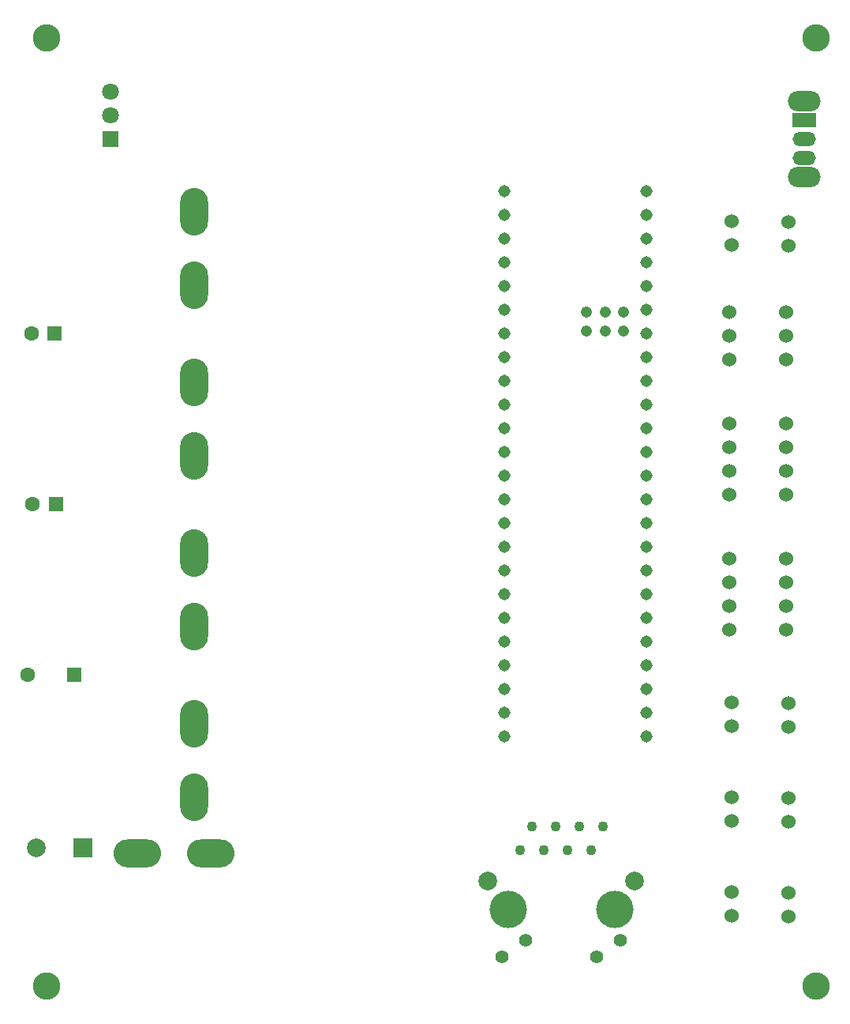
<source format=gbs>
G04 #@! TF.GenerationSoftware,KiCad,Pcbnew,7.0.7*
G04 #@! TF.CreationDate,2024-04-12T20:50:38-05:00*
G04 #@! TF.ProjectId,Science_Actuation,53636965-6e63-4655-9f41-637475617469,rev?*
G04 #@! TF.SameCoordinates,Original*
G04 #@! TF.FileFunction,Soldermask,Bot*
G04 #@! TF.FilePolarity,Negative*
%FSLAX46Y46*%
G04 Gerber Fmt 4.6, Leading zero omitted, Abs format (unit mm)*
G04 Created by KiCad (PCBNEW 7.0.7) date 2024-04-12 20:50:38*
%MOMM*%
%LPD*%
G01*
G04 APERTURE LIST*
%ADD10C,1.308000*%
%ADD11C,1.208000*%
%ADD12R,1.600000X1.600000*%
%ADD13C,1.600000*%
%ADD14C,1.524000*%
%ADD15O,3.500000X2.200000*%
%ADD16R,2.500000X1.500000*%
%ADD17O,2.500000X1.500000*%
%ADD18R,2.000000X2.000000*%
%ADD19C,2.000000*%
%ADD20C,2.946400*%
%ADD21C,1.100000*%
%ADD22C,1.400000*%
%ADD23C,4.000000*%
%ADD24R,1.800000X1.800000*%
%ADD25C,1.800000*%
%ADD26O,5.100000X3.000000*%
%ADD27O,3.000000X5.100000*%
G04 APERTURE END LIST*
D10*
X132122297Y-61976000D03*
X132122297Y-64516000D03*
X132122297Y-67056000D03*
X132122297Y-69596000D03*
X132122297Y-94996000D03*
X147362297Y-64516000D03*
X132122297Y-72136000D03*
X132122297Y-74676000D03*
X132122297Y-77216000D03*
X132122297Y-79756000D03*
X132122297Y-82296000D03*
X132122297Y-84836000D03*
X132122297Y-87376000D03*
X132122297Y-89916000D03*
X132122297Y-92456000D03*
X147362297Y-92456000D03*
X147362297Y-89916000D03*
X147362297Y-87376000D03*
X147362297Y-84836000D03*
X147362297Y-82296000D03*
X147362297Y-79756000D03*
X147362297Y-77216000D03*
X147362297Y-74676000D03*
X147362297Y-72136000D03*
X147362297Y-69596000D03*
X147362297Y-67056000D03*
X132122297Y-97536000D03*
X132122297Y-100076000D03*
X132122297Y-102616000D03*
X132122297Y-105156000D03*
X132122297Y-107696000D03*
X132122297Y-110236000D03*
X132122297Y-112776000D03*
X132122297Y-115316000D03*
X132122297Y-117856000D03*
X147362297Y-117856000D03*
X147362297Y-115316000D03*
X147362297Y-112776000D03*
X147362297Y-110236000D03*
X147362297Y-107696000D03*
X147362297Y-105156000D03*
X147362297Y-102616000D03*
X147362297Y-100076000D03*
X147362297Y-97536000D03*
X132122297Y-59436000D03*
X147362297Y-94996000D03*
X147362297Y-61976000D03*
D11*
X142912297Y-74406000D03*
X142912297Y-72406000D03*
X144912297Y-72406000D03*
X144912297Y-74406000D03*
X140912297Y-74406000D03*
X140912297Y-72406000D03*
D10*
X147362297Y-59436000D03*
D12*
X83986380Y-92964000D03*
D13*
X81486380Y-92964000D03*
D14*
X156506297Y-116713000D03*
X156506297Y-114173000D03*
X162602297Y-114300000D03*
X162602297Y-116840000D03*
D15*
X164294500Y-49748000D03*
X164294500Y-57948000D03*
D16*
X164294500Y-51848000D03*
D17*
X164294500Y-53848000D03*
X164294500Y-55848000D03*
D18*
X86910297Y-129794000D03*
D19*
X81910297Y-129794000D03*
D20*
X165536880Y-42981880D03*
D14*
X162348297Y-98806000D03*
X162348297Y-101346000D03*
X162348297Y-103886000D03*
X162348297Y-106426000D03*
X162348297Y-106426000D03*
X156506297Y-126873000D03*
X156506297Y-124333000D03*
D12*
X85968651Y-111252000D03*
D13*
X80968651Y-111252000D03*
D20*
X82986880Y-42981880D03*
D14*
X156506297Y-137033000D03*
X156506297Y-134493000D03*
X156252297Y-77470000D03*
X156252297Y-74930000D03*
X156252297Y-72390000D03*
X156252297Y-106426000D03*
X156252297Y-103886000D03*
X156252297Y-101346000D03*
X156252297Y-98806000D03*
X156252297Y-98806000D03*
D20*
X82986880Y-144581880D03*
D14*
X156506297Y-65151000D03*
X156506297Y-62611000D03*
X162602297Y-124460000D03*
X162602297Y-127000000D03*
X162602297Y-62738000D03*
X162602297Y-65278000D03*
D12*
X83859380Y-74676000D03*
D13*
X81359380Y-74676000D03*
D20*
X165536880Y-144581880D03*
D21*
X133756000Y-130048000D03*
X135026000Y-127508000D03*
X136296000Y-130048000D03*
X137566000Y-127508000D03*
X138836000Y-130048000D03*
X140106000Y-127508000D03*
X141376000Y-130048000D03*
X142646000Y-127508000D03*
D22*
X131876000Y-141478000D03*
X134416000Y-139688000D03*
X141986000Y-141478000D03*
X144526000Y-139688000D03*
D23*
X132486000Y-136398000D03*
X143916000Y-136398000D03*
D19*
X130326000Y-133348000D03*
X146076000Y-133348000D03*
D14*
X156252297Y-91948000D03*
X156252297Y-89408000D03*
X156252297Y-86868000D03*
X156252297Y-84328000D03*
X156252297Y-84328000D03*
X162348297Y-84328000D03*
X162348297Y-86868000D03*
X162348297Y-89408000D03*
X162348297Y-91948000D03*
X162348297Y-91948000D03*
X162348297Y-72390000D03*
X162348297Y-74930000D03*
X162348297Y-77470000D03*
D24*
X89836297Y-53858000D03*
D25*
X89836297Y-51318000D03*
X89836297Y-48778000D03*
D14*
X162602297Y-134620000D03*
X162602297Y-137160000D03*
D26*
X100626297Y-130366800D03*
X92752297Y-130366800D03*
D27*
X98783497Y-124333000D03*
X98783497Y-116459000D03*
X98783497Y-69469000D03*
X98783497Y-61595000D03*
X98783497Y-87757000D03*
X98783497Y-79883000D03*
X98783497Y-106045000D03*
X98783497Y-98171000D03*
M02*

</source>
